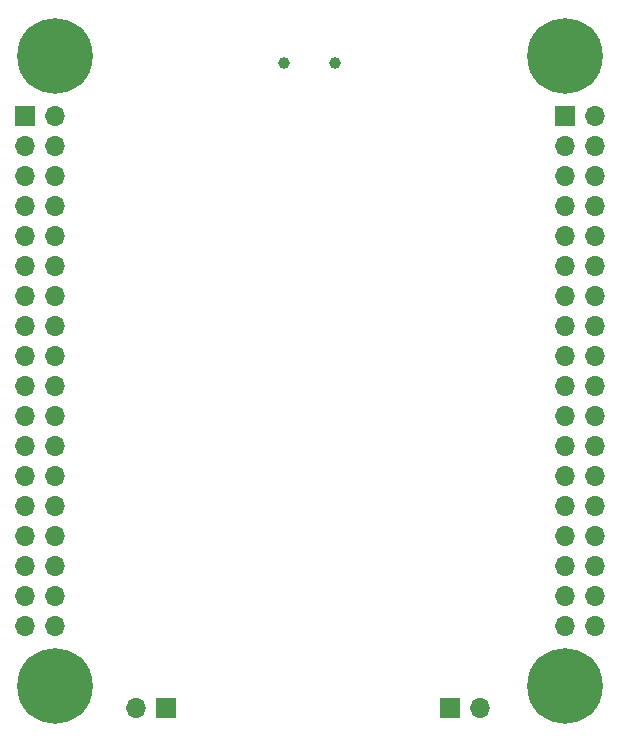
<source format=gbr>
%TF.GenerationSoftware,KiCad,Pcbnew,7.0.2-6a45011f42~172~ubuntu20.04.1*%
%TF.CreationDate,2023-04-23T14:30:37+07:00*%
%TF.ProjectId,EZ-USB-100X,455a2d55-5342-42d3-9130-30582e6b6963,rev?*%
%TF.SameCoordinates,Original*%
%TF.FileFunction,Soldermask,Bot*%
%TF.FilePolarity,Negative*%
%FSLAX46Y46*%
G04 Gerber Fmt 4.6, Leading zero omitted, Abs format (unit mm)*
G04 Created by KiCad (PCBNEW 7.0.2-6a45011f42~172~ubuntu20.04.1) date 2023-04-23 14:30:37*
%MOMM*%
%LPD*%
G01*
G04 APERTURE LIST*
%ADD10C,0.800000*%
%ADD11C,6.400000*%
%ADD12R,1.700000X1.700000*%
%ADD13O,1.700000X1.700000*%
%ADD14C,1.000000*%
G04 APERTURE END LIST*
D10*
%TO.C,H4*%
X156680200Y-107253800D03*
X157383144Y-105556744D03*
X157383144Y-108950856D03*
X159080200Y-104853800D03*
D11*
X159080200Y-107253800D03*
D10*
X159080200Y-109653800D03*
X160777256Y-105556744D03*
X160777256Y-108950856D03*
X161480200Y-107253800D03*
%TD*%
%TO.C,H3*%
X156680200Y-53913800D03*
X157383144Y-52216744D03*
X157383144Y-55610856D03*
X159080200Y-51513800D03*
D11*
X159080200Y-53913800D03*
D10*
X159080200Y-56313800D03*
X160777256Y-52216744D03*
X160777256Y-55610856D03*
X161480200Y-53913800D03*
%TD*%
%TO.C,H2*%
X113500200Y-107253800D03*
X114203144Y-105556744D03*
X114203144Y-108950856D03*
X115900200Y-104853800D03*
D11*
X115900200Y-107253800D03*
D10*
X115900200Y-109653800D03*
X117597256Y-105556744D03*
X117597256Y-108950856D03*
X118300200Y-107253800D03*
%TD*%
D12*
%TO.C,J4*%
X159080200Y-58993800D03*
D13*
X161620200Y-58993800D03*
X159080200Y-61533800D03*
X161620200Y-61533800D03*
X159080200Y-64073800D03*
X161620200Y-64073800D03*
X159080200Y-66613800D03*
X161620200Y-66613800D03*
X159080200Y-69153800D03*
X161620200Y-69153800D03*
X159080200Y-71693800D03*
X161620200Y-71693800D03*
X159080200Y-74233800D03*
X161620200Y-74233800D03*
X159080200Y-76773800D03*
X161620200Y-76773800D03*
X159080200Y-79313800D03*
X161620200Y-79313800D03*
X159080200Y-81853800D03*
X161620200Y-81853800D03*
X159080200Y-84393800D03*
X161620200Y-84393800D03*
X159080200Y-86933800D03*
X161620200Y-86933800D03*
X159080200Y-89473800D03*
X161620200Y-89473800D03*
X159080200Y-92013800D03*
X161620200Y-92013800D03*
X159080200Y-94553800D03*
X161620200Y-94553800D03*
X159080200Y-97093800D03*
X161620200Y-97093800D03*
X159080200Y-99633800D03*
X161620200Y-99633800D03*
X159080200Y-102173800D03*
X161620200Y-102173800D03*
%TD*%
D12*
%TO.C,J5*%
X125303200Y-109194600D03*
D13*
X122763200Y-109194600D03*
%TD*%
D14*
%TO.C,J2*%
X139664800Y-54567400D03*
X135264800Y-54567400D03*
%TD*%
D12*
%TO.C,J1*%
X149397800Y-109194600D03*
D13*
X151937800Y-109194600D03*
%TD*%
D10*
%TO.C,H1*%
X113500200Y-53913800D03*
X114203144Y-52216744D03*
X114203144Y-55610856D03*
X115900200Y-51513800D03*
D11*
X115900200Y-53913800D03*
D10*
X115900200Y-56313800D03*
X117597256Y-52216744D03*
X117597256Y-55610856D03*
X118300200Y-53913800D03*
%TD*%
D12*
%TO.C,J3*%
X113360200Y-58993800D03*
D13*
X115900200Y-58993800D03*
X113360200Y-61533800D03*
X115900200Y-61533800D03*
X113360200Y-64073800D03*
X115900200Y-64073800D03*
X113360200Y-66613800D03*
X115900200Y-66613800D03*
X113360200Y-69153800D03*
X115900200Y-69153800D03*
X113360200Y-71693800D03*
X115900200Y-71693800D03*
X113360200Y-74233800D03*
X115900200Y-74233800D03*
X113360200Y-76773800D03*
X115900200Y-76773800D03*
X113360200Y-79313800D03*
X115900200Y-79313800D03*
X113360200Y-81853800D03*
X115900200Y-81853800D03*
X113360200Y-84393800D03*
X115900200Y-84393800D03*
X113360200Y-86933800D03*
X115900200Y-86933800D03*
X113360200Y-89473800D03*
X115900200Y-89473800D03*
X113360200Y-92013800D03*
X115900200Y-92013800D03*
X113360200Y-94553800D03*
X115900200Y-94553800D03*
X113360200Y-97093800D03*
X115900200Y-97093800D03*
X113360200Y-99633800D03*
X115900200Y-99633800D03*
X113360200Y-102173800D03*
X115900200Y-102173800D03*
%TD*%
M02*

</source>
